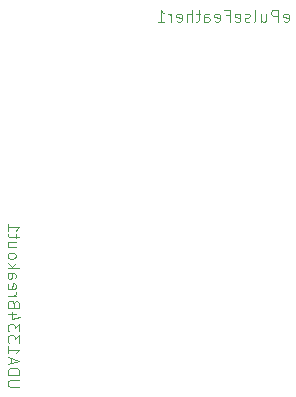
<source format=gbr>
%TF.GenerationSoftware,KiCad,Pcbnew,7.0.8*%
%TF.CreationDate,2023-11-23T10:38:48-06:00*%
%TF.ProjectId,calcvox-rounded,63616c63-766f-4782-9d72-6f756e646564,rev?*%
%TF.SameCoordinates,Original*%
%TF.FileFunction,Legend,Bot*%
%TF.FilePolarity,Positive*%
%FSLAX46Y46*%
G04 Gerber Fmt 4.6, Leading zero omitted, Abs format (unit mm)*
G04 Created by KiCad (PCBNEW 7.0.8) date 2023-11-23 10:38:48*
%MOMM*%
%LPD*%
G01*
G04 APERTURE LIST*
%ADD10C,0.100000*%
G04 APERTURE END LIST*
D10*
X279942580Y-335810952D02*
X279133057Y-335810952D01*
X279133057Y-335810952D02*
X279037819Y-335763333D01*
X279037819Y-335763333D02*
X278990200Y-335715714D01*
X278990200Y-335715714D02*
X278942580Y-335620476D01*
X278942580Y-335620476D02*
X278942580Y-335430000D01*
X278942580Y-335430000D02*
X278990200Y-335334762D01*
X278990200Y-335334762D02*
X279037819Y-335287143D01*
X279037819Y-335287143D02*
X279133057Y-335239524D01*
X279133057Y-335239524D02*
X279942580Y-335239524D01*
X278942580Y-334763333D02*
X279942580Y-334763333D01*
X279942580Y-334763333D02*
X279942580Y-334525238D01*
X279942580Y-334525238D02*
X279894961Y-334382381D01*
X279894961Y-334382381D02*
X279799723Y-334287143D01*
X279799723Y-334287143D02*
X279704485Y-334239524D01*
X279704485Y-334239524D02*
X279514009Y-334191905D01*
X279514009Y-334191905D02*
X279371152Y-334191905D01*
X279371152Y-334191905D02*
X279180676Y-334239524D01*
X279180676Y-334239524D02*
X279085438Y-334287143D01*
X279085438Y-334287143D02*
X278990200Y-334382381D01*
X278990200Y-334382381D02*
X278942580Y-334525238D01*
X278942580Y-334525238D02*
X278942580Y-334763333D01*
X279228295Y-333810952D02*
X279228295Y-333334762D01*
X278942580Y-333906190D02*
X279942580Y-333572857D01*
X279942580Y-333572857D02*
X278942580Y-333239524D01*
X278942580Y-332382381D02*
X278942580Y-332953809D01*
X278942580Y-332668095D02*
X279942580Y-332668095D01*
X279942580Y-332668095D02*
X279799723Y-332763333D01*
X279799723Y-332763333D02*
X279704485Y-332858571D01*
X279704485Y-332858571D02*
X279656866Y-332953809D01*
X279942580Y-332049047D02*
X279942580Y-331430000D01*
X279942580Y-331430000D02*
X279561628Y-331763333D01*
X279561628Y-331763333D02*
X279561628Y-331620476D01*
X279561628Y-331620476D02*
X279514009Y-331525238D01*
X279514009Y-331525238D02*
X279466390Y-331477619D01*
X279466390Y-331477619D02*
X279371152Y-331430000D01*
X279371152Y-331430000D02*
X279133057Y-331430000D01*
X279133057Y-331430000D02*
X279037819Y-331477619D01*
X279037819Y-331477619D02*
X278990200Y-331525238D01*
X278990200Y-331525238D02*
X278942580Y-331620476D01*
X278942580Y-331620476D02*
X278942580Y-331906190D01*
X278942580Y-331906190D02*
X278990200Y-332001428D01*
X278990200Y-332001428D02*
X279037819Y-332049047D01*
X279942580Y-331096666D02*
X279942580Y-330477619D01*
X279942580Y-330477619D02*
X279561628Y-330810952D01*
X279561628Y-330810952D02*
X279561628Y-330668095D01*
X279561628Y-330668095D02*
X279514009Y-330572857D01*
X279514009Y-330572857D02*
X279466390Y-330525238D01*
X279466390Y-330525238D02*
X279371152Y-330477619D01*
X279371152Y-330477619D02*
X279133057Y-330477619D01*
X279133057Y-330477619D02*
X279037819Y-330525238D01*
X279037819Y-330525238D02*
X278990200Y-330572857D01*
X278990200Y-330572857D02*
X278942580Y-330668095D01*
X278942580Y-330668095D02*
X278942580Y-330953809D01*
X278942580Y-330953809D02*
X278990200Y-331049047D01*
X278990200Y-331049047D02*
X279037819Y-331096666D01*
X279609247Y-329620476D02*
X278942580Y-329620476D01*
X279990200Y-329858571D02*
X279275914Y-330096666D01*
X279275914Y-330096666D02*
X279275914Y-329477619D01*
X279466390Y-328763333D02*
X279418771Y-328620476D01*
X279418771Y-328620476D02*
X279371152Y-328572857D01*
X279371152Y-328572857D02*
X279275914Y-328525238D01*
X279275914Y-328525238D02*
X279133057Y-328525238D01*
X279133057Y-328525238D02*
X279037819Y-328572857D01*
X279037819Y-328572857D02*
X278990200Y-328620476D01*
X278990200Y-328620476D02*
X278942580Y-328715714D01*
X278942580Y-328715714D02*
X278942580Y-329096666D01*
X278942580Y-329096666D02*
X279942580Y-329096666D01*
X279942580Y-329096666D02*
X279942580Y-328763333D01*
X279942580Y-328763333D02*
X279894961Y-328668095D01*
X279894961Y-328668095D02*
X279847342Y-328620476D01*
X279847342Y-328620476D02*
X279752104Y-328572857D01*
X279752104Y-328572857D02*
X279656866Y-328572857D01*
X279656866Y-328572857D02*
X279561628Y-328620476D01*
X279561628Y-328620476D02*
X279514009Y-328668095D01*
X279514009Y-328668095D02*
X279466390Y-328763333D01*
X279466390Y-328763333D02*
X279466390Y-329096666D01*
X278942580Y-328096666D02*
X279609247Y-328096666D01*
X279418771Y-328096666D02*
X279514009Y-328049047D01*
X279514009Y-328049047D02*
X279561628Y-328001428D01*
X279561628Y-328001428D02*
X279609247Y-327906190D01*
X279609247Y-327906190D02*
X279609247Y-327810952D01*
X278990200Y-327096666D02*
X278942580Y-327191904D01*
X278942580Y-327191904D02*
X278942580Y-327382380D01*
X278942580Y-327382380D02*
X278990200Y-327477618D01*
X278990200Y-327477618D02*
X279085438Y-327525237D01*
X279085438Y-327525237D02*
X279466390Y-327525237D01*
X279466390Y-327525237D02*
X279561628Y-327477618D01*
X279561628Y-327477618D02*
X279609247Y-327382380D01*
X279609247Y-327382380D02*
X279609247Y-327191904D01*
X279609247Y-327191904D02*
X279561628Y-327096666D01*
X279561628Y-327096666D02*
X279466390Y-327049047D01*
X279466390Y-327049047D02*
X279371152Y-327049047D01*
X279371152Y-327049047D02*
X279275914Y-327525237D01*
X278942580Y-326191904D02*
X279466390Y-326191904D01*
X279466390Y-326191904D02*
X279561628Y-326239523D01*
X279561628Y-326239523D02*
X279609247Y-326334761D01*
X279609247Y-326334761D02*
X279609247Y-326525237D01*
X279609247Y-326525237D02*
X279561628Y-326620475D01*
X278990200Y-326191904D02*
X278942580Y-326287142D01*
X278942580Y-326287142D02*
X278942580Y-326525237D01*
X278942580Y-326525237D02*
X278990200Y-326620475D01*
X278990200Y-326620475D02*
X279085438Y-326668094D01*
X279085438Y-326668094D02*
X279180676Y-326668094D01*
X279180676Y-326668094D02*
X279275914Y-326620475D01*
X279275914Y-326620475D02*
X279323533Y-326525237D01*
X279323533Y-326525237D02*
X279323533Y-326287142D01*
X279323533Y-326287142D02*
X279371152Y-326191904D01*
X278942580Y-325715713D02*
X279942580Y-325715713D01*
X279323533Y-325620475D02*
X278942580Y-325334761D01*
X279609247Y-325334761D02*
X279228295Y-325715713D01*
X278942580Y-324763332D02*
X278990200Y-324858570D01*
X278990200Y-324858570D02*
X279037819Y-324906189D01*
X279037819Y-324906189D02*
X279133057Y-324953808D01*
X279133057Y-324953808D02*
X279418771Y-324953808D01*
X279418771Y-324953808D02*
X279514009Y-324906189D01*
X279514009Y-324906189D02*
X279561628Y-324858570D01*
X279561628Y-324858570D02*
X279609247Y-324763332D01*
X279609247Y-324763332D02*
X279609247Y-324620475D01*
X279609247Y-324620475D02*
X279561628Y-324525237D01*
X279561628Y-324525237D02*
X279514009Y-324477618D01*
X279514009Y-324477618D02*
X279418771Y-324429999D01*
X279418771Y-324429999D02*
X279133057Y-324429999D01*
X279133057Y-324429999D02*
X279037819Y-324477618D01*
X279037819Y-324477618D02*
X278990200Y-324525237D01*
X278990200Y-324525237D02*
X278942580Y-324620475D01*
X278942580Y-324620475D02*
X278942580Y-324763332D01*
X279609247Y-323572856D02*
X278942580Y-323572856D01*
X279609247Y-324001427D02*
X279085438Y-324001427D01*
X279085438Y-324001427D02*
X278990200Y-323953808D01*
X278990200Y-323953808D02*
X278942580Y-323858570D01*
X278942580Y-323858570D02*
X278942580Y-323715713D01*
X278942580Y-323715713D02*
X278990200Y-323620475D01*
X278990200Y-323620475D02*
X279037819Y-323572856D01*
X279609247Y-323239522D02*
X279609247Y-322858570D01*
X279942580Y-323096665D02*
X279085438Y-323096665D01*
X279085438Y-323096665D02*
X278990200Y-323049046D01*
X278990200Y-323049046D02*
X278942580Y-322953808D01*
X278942580Y-322953808D02*
X278942580Y-322858570D01*
X278942580Y-322001427D02*
X278942580Y-322572855D01*
X278942580Y-322287141D02*
X279942580Y-322287141D01*
X279942580Y-322287141D02*
X279799723Y-322382379D01*
X279799723Y-322382379D02*
X279704485Y-322477617D01*
X279704485Y-322477617D02*
X279656866Y-322572855D01*
X302299048Y-304834800D02*
X302394286Y-304882419D01*
X302394286Y-304882419D02*
X302584762Y-304882419D01*
X302584762Y-304882419D02*
X302680000Y-304834800D01*
X302680000Y-304834800D02*
X302727619Y-304739561D01*
X302727619Y-304739561D02*
X302727619Y-304358609D01*
X302727619Y-304358609D02*
X302680000Y-304263371D01*
X302680000Y-304263371D02*
X302584762Y-304215752D01*
X302584762Y-304215752D02*
X302394286Y-304215752D01*
X302394286Y-304215752D02*
X302299048Y-304263371D01*
X302299048Y-304263371D02*
X302251429Y-304358609D01*
X302251429Y-304358609D02*
X302251429Y-304453847D01*
X302251429Y-304453847D02*
X302727619Y-304549085D01*
X301822857Y-304882419D02*
X301822857Y-303882419D01*
X301822857Y-303882419D02*
X301441905Y-303882419D01*
X301441905Y-303882419D02*
X301346667Y-303930038D01*
X301346667Y-303930038D02*
X301299048Y-303977657D01*
X301299048Y-303977657D02*
X301251429Y-304072895D01*
X301251429Y-304072895D02*
X301251429Y-304215752D01*
X301251429Y-304215752D02*
X301299048Y-304310990D01*
X301299048Y-304310990D02*
X301346667Y-304358609D01*
X301346667Y-304358609D02*
X301441905Y-304406228D01*
X301441905Y-304406228D02*
X301822857Y-304406228D01*
X300394286Y-304215752D02*
X300394286Y-304882419D01*
X300822857Y-304215752D02*
X300822857Y-304739561D01*
X300822857Y-304739561D02*
X300775238Y-304834800D01*
X300775238Y-304834800D02*
X300680000Y-304882419D01*
X300680000Y-304882419D02*
X300537143Y-304882419D01*
X300537143Y-304882419D02*
X300441905Y-304834800D01*
X300441905Y-304834800D02*
X300394286Y-304787180D01*
X299775238Y-304882419D02*
X299870476Y-304834800D01*
X299870476Y-304834800D02*
X299918095Y-304739561D01*
X299918095Y-304739561D02*
X299918095Y-303882419D01*
X299441904Y-304834800D02*
X299346666Y-304882419D01*
X299346666Y-304882419D02*
X299156190Y-304882419D01*
X299156190Y-304882419D02*
X299060952Y-304834800D01*
X299060952Y-304834800D02*
X299013333Y-304739561D01*
X299013333Y-304739561D02*
X299013333Y-304691942D01*
X299013333Y-304691942D02*
X299060952Y-304596704D01*
X299060952Y-304596704D02*
X299156190Y-304549085D01*
X299156190Y-304549085D02*
X299299047Y-304549085D01*
X299299047Y-304549085D02*
X299394285Y-304501466D01*
X299394285Y-304501466D02*
X299441904Y-304406228D01*
X299441904Y-304406228D02*
X299441904Y-304358609D01*
X299441904Y-304358609D02*
X299394285Y-304263371D01*
X299394285Y-304263371D02*
X299299047Y-304215752D01*
X299299047Y-304215752D02*
X299156190Y-304215752D01*
X299156190Y-304215752D02*
X299060952Y-304263371D01*
X298203809Y-304834800D02*
X298299047Y-304882419D01*
X298299047Y-304882419D02*
X298489523Y-304882419D01*
X298489523Y-304882419D02*
X298584761Y-304834800D01*
X298584761Y-304834800D02*
X298632380Y-304739561D01*
X298632380Y-304739561D02*
X298632380Y-304358609D01*
X298632380Y-304358609D02*
X298584761Y-304263371D01*
X298584761Y-304263371D02*
X298489523Y-304215752D01*
X298489523Y-304215752D02*
X298299047Y-304215752D01*
X298299047Y-304215752D02*
X298203809Y-304263371D01*
X298203809Y-304263371D02*
X298156190Y-304358609D01*
X298156190Y-304358609D02*
X298156190Y-304453847D01*
X298156190Y-304453847D02*
X298632380Y-304549085D01*
X297394285Y-304358609D02*
X297727618Y-304358609D01*
X297727618Y-304882419D02*
X297727618Y-303882419D01*
X297727618Y-303882419D02*
X297251428Y-303882419D01*
X296489523Y-304834800D02*
X296584761Y-304882419D01*
X296584761Y-304882419D02*
X296775237Y-304882419D01*
X296775237Y-304882419D02*
X296870475Y-304834800D01*
X296870475Y-304834800D02*
X296918094Y-304739561D01*
X296918094Y-304739561D02*
X296918094Y-304358609D01*
X296918094Y-304358609D02*
X296870475Y-304263371D01*
X296870475Y-304263371D02*
X296775237Y-304215752D01*
X296775237Y-304215752D02*
X296584761Y-304215752D01*
X296584761Y-304215752D02*
X296489523Y-304263371D01*
X296489523Y-304263371D02*
X296441904Y-304358609D01*
X296441904Y-304358609D02*
X296441904Y-304453847D01*
X296441904Y-304453847D02*
X296918094Y-304549085D01*
X295584761Y-304882419D02*
X295584761Y-304358609D01*
X295584761Y-304358609D02*
X295632380Y-304263371D01*
X295632380Y-304263371D02*
X295727618Y-304215752D01*
X295727618Y-304215752D02*
X295918094Y-304215752D01*
X295918094Y-304215752D02*
X296013332Y-304263371D01*
X295584761Y-304834800D02*
X295679999Y-304882419D01*
X295679999Y-304882419D02*
X295918094Y-304882419D01*
X295918094Y-304882419D02*
X296013332Y-304834800D01*
X296013332Y-304834800D02*
X296060951Y-304739561D01*
X296060951Y-304739561D02*
X296060951Y-304644323D01*
X296060951Y-304644323D02*
X296013332Y-304549085D01*
X296013332Y-304549085D02*
X295918094Y-304501466D01*
X295918094Y-304501466D02*
X295679999Y-304501466D01*
X295679999Y-304501466D02*
X295584761Y-304453847D01*
X295251427Y-304215752D02*
X294870475Y-304215752D01*
X295108570Y-303882419D02*
X295108570Y-304739561D01*
X295108570Y-304739561D02*
X295060951Y-304834800D01*
X295060951Y-304834800D02*
X294965713Y-304882419D01*
X294965713Y-304882419D02*
X294870475Y-304882419D01*
X294537141Y-304882419D02*
X294537141Y-303882419D01*
X294108570Y-304882419D02*
X294108570Y-304358609D01*
X294108570Y-304358609D02*
X294156189Y-304263371D01*
X294156189Y-304263371D02*
X294251427Y-304215752D01*
X294251427Y-304215752D02*
X294394284Y-304215752D01*
X294394284Y-304215752D02*
X294489522Y-304263371D01*
X294489522Y-304263371D02*
X294537141Y-304310990D01*
X293251427Y-304834800D02*
X293346665Y-304882419D01*
X293346665Y-304882419D02*
X293537141Y-304882419D01*
X293537141Y-304882419D02*
X293632379Y-304834800D01*
X293632379Y-304834800D02*
X293679998Y-304739561D01*
X293679998Y-304739561D02*
X293679998Y-304358609D01*
X293679998Y-304358609D02*
X293632379Y-304263371D01*
X293632379Y-304263371D02*
X293537141Y-304215752D01*
X293537141Y-304215752D02*
X293346665Y-304215752D01*
X293346665Y-304215752D02*
X293251427Y-304263371D01*
X293251427Y-304263371D02*
X293203808Y-304358609D01*
X293203808Y-304358609D02*
X293203808Y-304453847D01*
X293203808Y-304453847D02*
X293679998Y-304549085D01*
X292775236Y-304882419D02*
X292775236Y-304215752D01*
X292775236Y-304406228D02*
X292727617Y-304310990D01*
X292727617Y-304310990D02*
X292679998Y-304263371D01*
X292679998Y-304263371D02*
X292584760Y-304215752D01*
X292584760Y-304215752D02*
X292489522Y-304215752D01*
X291632379Y-304882419D02*
X292203807Y-304882419D01*
X291918093Y-304882419D02*
X291918093Y-303882419D01*
X291918093Y-303882419D02*
X292013331Y-304025276D01*
X292013331Y-304025276D02*
X292108569Y-304120514D01*
X292108569Y-304120514D02*
X292203807Y-304168133D01*
M02*

</source>
